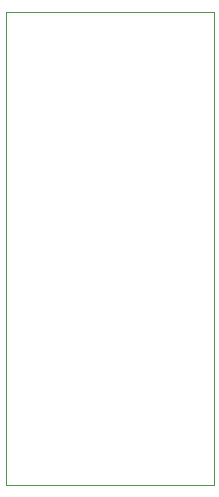
<source format=gm1>
G04 #@! TF.GenerationSoftware,KiCad,Pcbnew,(6.0.1)*
G04 #@! TF.CreationDate,2022-07-05T01:19:31-07:00*
G04 #@! TF.ProjectId,mu100-dit,6d753130-302d-4646-9974-2e6b69636164,rev?*
G04 #@! TF.SameCoordinates,PX4a25ef0PY4c3f880*
G04 #@! TF.FileFunction,Profile,NP*
%FSLAX46Y46*%
G04 Gerber Fmt 4.6, Leading zero omitted, Abs format (unit mm)*
G04 Created by KiCad (PCBNEW (6.0.1)) date 2022-07-05 01:19:31*
%MOMM*%
%LPD*%
G01*
G04 APERTURE LIST*
G04 #@! TA.AperFunction,Profile*
%ADD10C,0.100000*%
G04 #@! TD*
G04 APERTURE END LIST*
D10*
X0Y0D02*
X17600000Y0D01*
X17600000Y0D02*
X17600000Y-40000000D01*
X17600000Y-40000000D02*
X0Y-40000000D01*
X0Y-40000000D02*
X0Y0D01*
M02*

</source>
